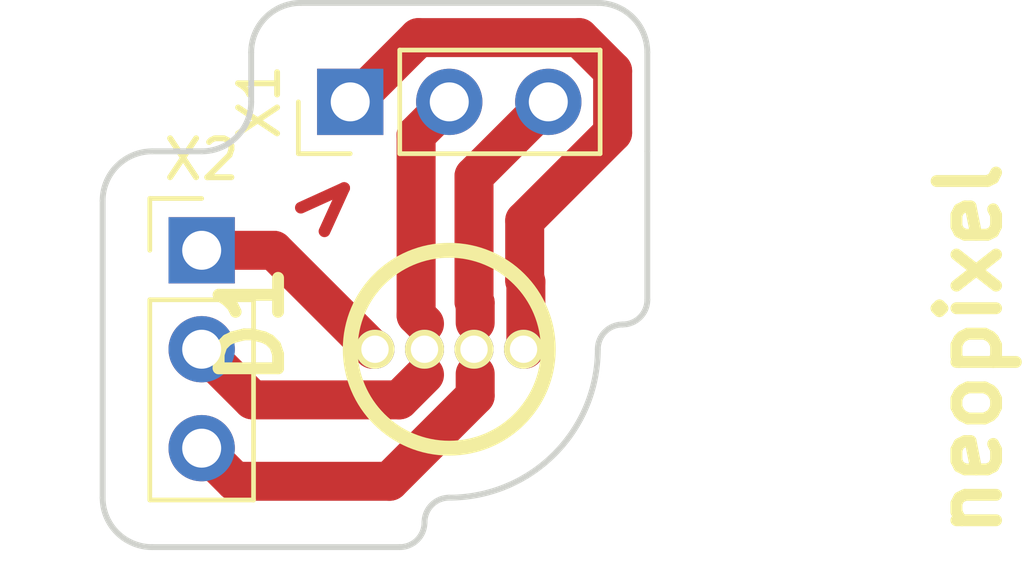
<source format=kicad_pcb>
(kicad_pcb (version 4) (host pcbnew 4.0.5)

  (general
    (links 6)
    (no_connects 4)
    (area 129.907381 95.174999 156.6116 110.185)
    (thickness 1.6)
    (drawings 18)
    (tracks 28)
    (zones 0)
    (modules 3)
    (nets 5)
  )

  (page A4)
  (layers
    (0 F.Cu signal)
    (31 B.Cu signal)
    (32 B.Adhes user)
    (33 F.Adhes user)
    (34 B.Paste user)
    (35 F.Paste user)
    (36 B.SilkS user)
    (37 F.SilkS user)
    (38 B.Mask user)
    (39 F.Mask user)
    (40 Dwgs.User user)
    (41 Cmts.User user)
    (42 Eco1.User user)
    (43 Eco2.User user)
    (44 Edge.Cuts user)
    (45 Margin user)
    (46 B.CrtYd user)
    (47 F.CrtYd user)
    (48 B.Fab user)
    (49 F.Fab user)
  )

  (setup
    (last_trace_width 0.25)
    (trace_clearance 0.2)
    (zone_clearance 0.508)
    (zone_45_only no)
    (trace_min 0.2)
    (segment_width 0.2)
    (edge_width 0.15)
    (via_size 1.5)
    (via_drill 0.9)
    (via_min_size 0.4)
    (via_min_drill 0.3)
    (uvia_size 0.3)
    (uvia_drill 0.1)
    (uvias_allowed no)
    (uvia_min_size 0.2)
    (uvia_min_drill 0.1)
    (pcb_text_width 0.3)
    (pcb_text_size 1.5 1.5)
    (mod_edge_width 0.15)
    (mod_text_size 1 1)
    (mod_text_width 0.15)
    (pad_size 1.524 1.524)
    (pad_drill 0.762)
    (pad_to_mask_clearance 0.2)
    (aux_axis_origin 0 0)
    (visible_elements FFFFFF7F)
    (pcbplotparams
      (layerselection 0x01000_00000001)
      (usegerberextensions false)
      (excludeedgelayer true)
      (linewidth 0.100000)
      (plotframeref false)
      (viasonmask false)
      (mode 1)
      (useauxorigin false)
      (hpglpennumber 1)
      (hpglpenspeed 20)
      (hpglpendiameter 15)
      (hpglpenoverlay 2)
      (psnegative false)
      (psa4output false)
      (plotreference true)
      (plotvalue true)
      (plotinvisibletext false)
      (padsonsilk false)
      (subtractmaskfromsilk false)
      (outputformat 1)
      (mirror false)
      (drillshape 0)
      (scaleselection 1)
      (outputdirectory gerber/))
  )

  (net 0 "")
  (net 1 "Net-(D1-Pad1)")
  (net 2 GND)
  (net 3 +5V)
  (net 4 "Net-(D1-Pad4)")

  (net_class Default "This is the default net class."
    (clearance 0.2)
    (trace_width 0.25)
    (via_dia 1.5)
    (via_drill 0.9)
    (uvia_dia 0.3)
    (uvia_drill 0.1)
  )

  (net_class Power ""
    (clearance 0.3)
    (trace_width 1)
    (via_dia 1.5)
    (via_drill 0.9)
    (uvia_dia 0.3)
    (uvia_drill 0.1)
    (add_net +5V)
    (add_net GND)
    (add_net "Net-(D1-Pad1)")
    (add_net "Net-(D1-Pad4)")
  )

  (module LED5_RGB:LED5_RGB (layer F.Cu) (tedit 4C040376) (tstamp 58DD412D)
    (at 141.605 104.14 180)
    (path /58DD3308)
    (fp_text reference D1 (at 5.08 0.635 270) (layer F.SilkS)
      (effects (font (thickness 0.3048)))
    )
    (fp_text value neopixel (at -13.335 0 270) (layer F.SilkS)
      (effects (font (thickness 0.3048)))
    )
    (fp_circle (center 0 0) (end 2.54 0) (layer F.SilkS) (width 0.381))
    (pad 1 thru_hole circle (at -1.905 0 180) (size 1.00076 1.00076) (drill 0.70104) (layers *.Cu *.Mask F.SilkS)
      (net 1 "Net-(D1-Pad1)"))
    (pad 2 thru_hole circle (at -0.635 0 180) (size 1.00076 1.00076) (drill 0.70104) (layers *.Cu *.Mask F.SilkS)
      (net 2 GND))
    (pad 3 thru_hole circle (at 0.635 0 180) (size 1.00076 1.00076) (drill 0.70104) (layers *.Cu *.Mask F.SilkS)
      (net 3 +5V))
    (pad 4 thru_hole circle (at 1.905 0 180) (size 1.00076 1.00076) (drill 0.70104) (layers *.Cu *.Mask F.SilkS)
      (net 4 "Net-(D1-Pad4)"))
    (model userlibs/libraries/packages3d/led5_RGB_vertical-short.wrl
      (at (xyz 0 0 0))
      (scale (xyz 1 1 1))
      (rotate (xyz 0 0 180))
    )
  )

  (module Pin_Headers:Pin_Header_Straight_1x03_Pitch2.54mm (layer F.Cu) (tedit 58CD4EC1) (tstamp 58DD4134)
    (at 139.065 97.79 90)
    (descr "Through hole straight pin header, 1x03, 2.54mm pitch, single row")
    (tags "Through hole pin header THT 1x03 2.54mm single row")
    (path /58DD343F)
    (fp_text reference X1 (at 0 -2.33 90) (layer F.SilkS)
      (effects (font (size 1 1) (thickness 0.15)))
    )
    (fp_text value NeopixelConn (at -6.35 14.605 90) (layer F.Fab)
      (effects (font (size 1 1) (thickness 0.15)))
    )
    (fp_line (start -1.27 -1.27) (end -1.27 6.35) (layer F.Fab) (width 0.1))
    (fp_line (start -1.27 6.35) (end 1.27 6.35) (layer F.Fab) (width 0.1))
    (fp_line (start 1.27 6.35) (end 1.27 -1.27) (layer F.Fab) (width 0.1))
    (fp_line (start 1.27 -1.27) (end -1.27 -1.27) (layer F.Fab) (width 0.1))
    (fp_line (start -1.33 1.27) (end -1.33 6.41) (layer F.SilkS) (width 0.12))
    (fp_line (start -1.33 6.41) (end 1.33 6.41) (layer F.SilkS) (width 0.12))
    (fp_line (start 1.33 6.41) (end 1.33 1.27) (layer F.SilkS) (width 0.12))
    (fp_line (start 1.33 1.27) (end -1.33 1.27) (layer F.SilkS) (width 0.12))
    (fp_line (start -1.33 0) (end -1.33 -1.33) (layer F.SilkS) (width 0.12))
    (fp_line (start -1.33 -1.33) (end 0 -1.33) (layer F.SilkS) (width 0.12))
    (fp_line (start -1.8 -1.8) (end -1.8 6.85) (layer F.CrtYd) (width 0.05))
    (fp_line (start -1.8 6.85) (end 1.8 6.85) (layer F.CrtYd) (width 0.05))
    (fp_line (start 1.8 6.85) (end 1.8 -1.8) (layer F.CrtYd) (width 0.05))
    (fp_line (start 1.8 -1.8) (end -1.8 -1.8) (layer F.CrtYd) (width 0.05))
    (fp_text user %R (at 0 -2.33 90) (layer F.Fab)
      (effects (font (size 1 1) (thickness 0.15)))
    )
    (pad 1 thru_hole rect (at 0 0 90) (size 1.7 1.7) (drill 1) (layers *.Cu *.Mask)
      (net 1 "Net-(D1-Pad1)"))
    (pad 2 thru_hole oval (at 0 2.54 90) (size 1.7 1.7) (drill 1) (layers *.Cu *.Mask)
      (net 3 +5V))
    (pad 3 thru_hole oval (at 0 5.08 90) (size 1.7 1.7) (drill 1) (layers *.Cu *.Mask)
      (net 2 GND))
    (model ${KISYS3DMOD}/Pin_Headers.3dshapes/Pin_Header_Straight_1x03_Pitch2.54mm.wrl
      (at (xyz 0 -0.1 0))
      (scale (xyz 1 1 1))
      (rotate (xyz 0 0 90))
    )
  )

  (module Pin_Headers:Pin_Header_Straight_1x03_Pitch2.54mm (layer F.Cu) (tedit 58CD4EC1) (tstamp 58DD413B)
    (at 135.255 101.6)
    (descr "Through hole straight pin header, 1x03, 2.54mm pitch, single row")
    (tags "Through hole pin header THT 1x03 2.54mm single row")
    (path /58DD34D6)
    (fp_text reference X2 (at 0 -2.33) (layer F.SilkS)
      (effects (font (size 1 1) (thickness 0.15)))
    )
    (fp_text value NeopixelConn (at 0 7.41) (layer F.Fab)
      (effects (font (size 1 1) (thickness 0.15)))
    )
    (fp_line (start -1.27 -1.27) (end -1.27 6.35) (layer F.Fab) (width 0.1))
    (fp_line (start -1.27 6.35) (end 1.27 6.35) (layer F.Fab) (width 0.1))
    (fp_line (start 1.27 6.35) (end 1.27 -1.27) (layer F.Fab) (width 0.1))
    (fp_line (start 1.27 -1.27) (end -1.27 -1.27) (layer F.Fab) (width 0.1))
    (fp_line (start -1.33 1.27) (end -1.33 6.41) (layer F.SilkS) (width 0.12))
    (fp_line (start -1.33 6.41) (end 1.33 6.41) (layer F.SilkS) (width 0.12))
    (fp_line (start 1.33 6.41) (end 1.33 1.27) (layer F.SilkS) (width 0.12))
    (fp_line (start 1.33 1.27) (end -1.33 1.27) (layer F.SilkS) (width 0.12))
    (fp_line (start -1.33 0) (end -1.33 -1.33) (layer F.SilkS) (width 0.12))
    (fp_line (start -1.33 -1.33) (end 0 -1.33) (layer F.SilkS) (width 0.12))
    (fp_line (start -1.8 -1.8) (end -1.8 6.85) (layer F.CrtYd) (width 0.05))
    (fp_line (start -1.8 6.85) (end 1.8 6.85) (layer F.CrtYd) (width 0.05))
    (fp_line (start 1.8 6.85) (end 1.8 -1.8) (layer F.CrtYd) (width 0.05))
    (fp_line (start 1.8 -1.8) (end -1.8 -1.8) (layer F.CrtYd) (width 0.05))
    (fp_text user %R (at 0 -2.33) (layer F.Fab)
      (effects (font (size 1 1) (thickness 0.15)))
    )
    (pad 1 thru_hole rect (at 0 0) (size 1.7 1.7) (drill 1) (layers *.Cu *.Mask)
      (net 4 "Net-(D1-Pad4)"))
    (pad 2 thru_hole oval (at 0 2.54) (size 1.7 1.7) (drill 1) (layers *.Cu *.Mask)
      (net 3 +5V))
    (pad 3 thru_hole oval (at 0 5.08) (size 1.7 1.7) (drill 1) (layers *.Cu *.Mask)
      (net 2 GND))
    (model ${KISYS3DMOD}/Pin_Headers.3dshapes/Pin_Header_Straight_1x03_Pitch2.54mm.wrl
      (at (xyz 0 -0.1 0))
      (scale (xyz 1 1 1))
      (rotate (xyz 0 0 90))
    )
  )

  (gr_text > (at 138.43 100.33 45) (layer F.Cu)
    (effects (font (size 1.5 1.5) (thickness 0.3)))
  )
  (gr_line (start 146.685 102.87) (end 146.685 99.06) (layer Edge.Cuts) (width 0.15))
  (gr_arc (start 146.05 102.87) (end 146.685 102.87) (angle 90) (layer Edge.Cuts) (width 0.15))
  (gr_arc (start 146.05 104.14) (end 145.415 104.14) (angle 90) (layer Edge.Cuts) (width 0.15))
  (gr_arc (start 141.605 104.14) (end 145.415 104.14) (angle 90) (layer Edge.Cuts) (width 0.15))
  (gr_arc (start 141.605 108.585) (end 140.97 108.585) (angle 90) (layer Edge.Cuts) (width 0.15))
  (gr_arc (start 140.335 108.585) (end 140.97 108.585) (angle 90) (layer Edge.Cuts) (width 0.15))
  (gr_line (start 146.685 99.06) (end 146.685 96.52) (layer Edge.Cuts) (width 0.15))
  (gr_line (start 133.985 109.22) (end 140.335 109.22) (layer Edge.Cuts) (width 0.15))
  (gr_arc (start 137.795 96.52) (end 136.525 96.52) (angle 90) (layer Edge.Cuts) (width 0.15))
  (gr_line (start 137.795 95.25) (end 145.415 95.25) (layer Edge.Cuts) (width 0.15))
  (gr_arc (start 135.255 97.79) (end 136.525 97.79) (angle 90) (layer Edge.Cuts) (width 0.15))
  (gr_line (start 135.255 99.06) (end 133.985 99.06) (layer Edge.Cuts) (width 0.15))
  (gr_line (start 136.525 97.79) (end 136.525 96.52) (layer Edge.Cuts) (width 0.15))
  (gr_arc (start 133.985 100.33) (end 132.715 100.33) (angle 90) (layer Edge.Cuts) (width 0.15))
  (gr_arc (start 133.985 107.95) (end 133.985 109.22) (angle 90) (layer Edge.Cuts) (width 0.15))
  (gr_arc (start 145.415 96.52) (end 145.415 95.25) (angle 90) (layer Edge.Cuts) (width 0.15))
  (gr_line (start 132.715 107.95) (end 132.715 100.33) (layer Edge.Cuts) (width 0.15))

  (segment (start 143.54001 100.836992) (end 143.54001 102.378464) (width 1) (layer F.Cu) (net 1))
  (segment (start 143.54001 102.378464) (end 143.570018 102.408472) (width 1) (layer F.Cu) (net 1))
  (segment (start 143.570018 102.408472) (end 143.570018 104.079982) (width 1) (layer F.Cu) (net 1))
  (segment (start 143.570018 104.079982) (end 143.540381 104.109619) (width 1) (layer F.Cu) (net 1))
  (segment (start 143.540381 104.109619) (end 143.540381 104.14) (width 1) (layer F.Cu) (net 1))
  (segment (start 139.065 97.79) (end 139.162998 97.79) (width 1) (layer F.Cu) (net 1))
  (segment (start 139.162998 97.79) (end 140.812999 96.139999) (width 1) (layer F.Cu) (net 1))
  (segment (start 140.812999 96.139999) (end 144.937001 96.139999) (width 1) (layer F.Cu) (net 1))
  (segment (start 145.795001 98.582001) (end 143.54001 100.836992) (width 1) (layer F.Cu) (net 1))
  (segment (start 144.937001 96.139999) (end 145.795001 96.997999) (width 1) (layer F.Cu) (net 1))
  (segment (start 145.795001 96.997999) (end 145.795001 98.582001) (width 1) (layer F.Cu) (net 1))
  (segment (start 142.24 99.695) (end 142.24 102.916945) (width 1) (layer F.Cu) (net 2))
  (segment (start 142.24 102.916945) (end 142.270008 102.946953) (width 1) (layer F.Cu) (net 2))
  (segment (start 142.270008 102.946953) (end 142.270008 103.455427) (width 1) (layer F.Cu) (net 2))
  (segment (start 144.145 97.79) (end 142.24 99.695) (width 1) (layer F.Cu) (net 2))
  (segment (start 142.270008 105.333047) (end 142.270008 104.775) (width 1) (layer F.Cu) (net 2))
  (segment (start 135.255 106.68) (end 136.104999 107.529999) (width 1) (layer F.Cu) (net 2))
  (segment (start 136.104999 107.529999) (end 140.073056 107.529999) (width 1) (layer F.Cu) (net 2))
  (segment (start 140.073056 107.529999) (end 142.270008 105.333047) (width 1) (layer F.Cu) (net 2))
  (segment (start 141.605 97.79) (end 140.755001 98.639999) (width 1) (layer F.Cu) (net 3))
  (segment (start 140.755001 98.639999) (end 140.755001 103.270436) (width 1) (layer F.Cu) (net 3))
  (segment (start 140.755001 103.270436) (end 140.97 103.485435) (width 1) (layer F.Cu) (net 3))
  (segment (start 135.255 104.14) (end 136.555381 105.440381) (width 1) (layer F.Cu) (net 3))
  (segment (start 136.555381 105.440381) (end 140.324184 105.440381) (width 1) (layer F.Cu) (net 3))
  (segment (start 140.324184 105.440381) (end 140.97 104.794565) (width 1) (layer F.Cu) (net 3))
  (segment (start 135.255 101.6) (end 137.105 101.6) (width 1) (layer F.Cu) (net 4))
  (segment (start 137.105 101.6) (end 139.645 104.14) (width 1) (layer F.Cu) (net 4))
  (segment (start 139.645 104.14) (end 139.669619 104.14) (width 1) (layer F.Cu) (net 4))

)

</source>
